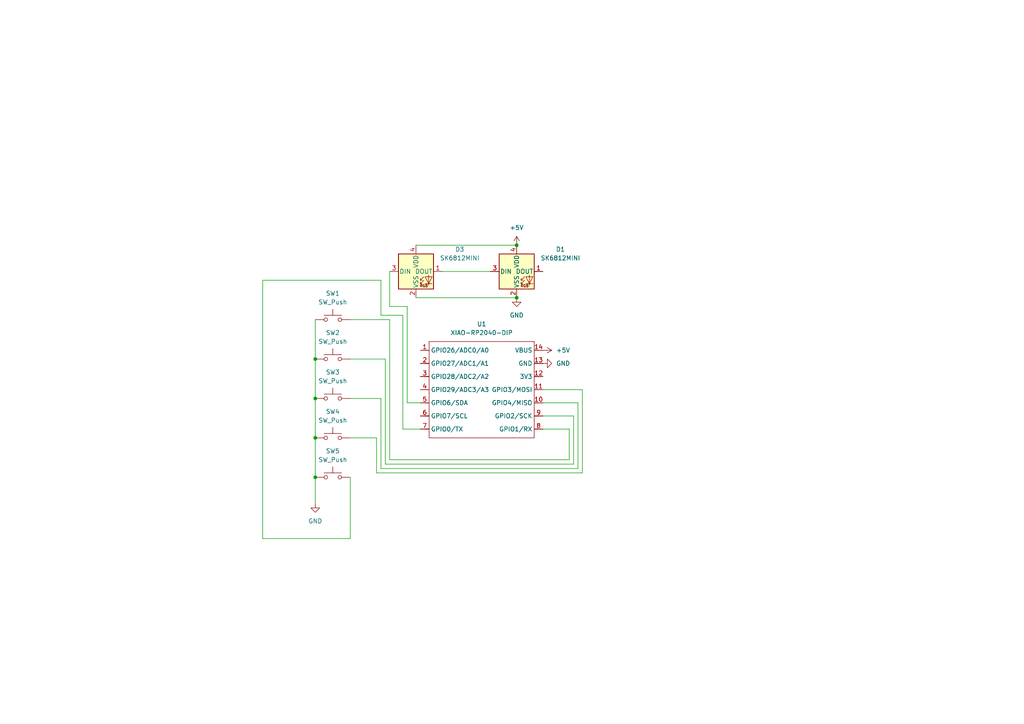
<source format=kicad_sch>
(kicad_sch (version 20250114) (generator "eeschema") (generator_version "9.0")
  (paper "A4")
  (lib_symbols
    (symbol "LED:SK6812MINI" (pin_names (offset 0.254))
      (property "Reference" "D" (at 5.08 5.715 0))
      (property "Value" "SK6812MINI" (at 1.27 -5.715 0))
      (symbol "SK6812MINI_0_0"
        (text "RGB" (at 2.286 -4.191 0) (effects (font (size 0.762 0.762))))
      )
      (symbol "SK6812MINI_0_1"
        (polyline (pts (xy 1.27 -2.54) (xy 1.778 -2.54)))
        (polyline (pts (xy 1.27 -3.556) (xy 1.778 -3.556)))
        (polyline (pts (xy 2.286 -1.524) (xy 1.27 -2.54) (xy 1.27 -2.032)))
        (polyline (pts (xy 2.286 -2.54) (xy 1.27 -3.556) (xy 1.27 -3.048)))
        (polyline (pts (xy 3.683 -1.016) (xy 3.683 -3.556) (xy 3.683 -4.064)))
        (polyline (pts (xy 4.699 -1.524) (xy 2.667 -1.524) (xy 3.683 -3.556) (xy 4.699 -1.524)))
        (polyline (pts (xy 4.699 -3.556) (xy 2.667 -3.556)))
        (rectangle (start 5.08 5.08) (end -5.08 -5.08) (stroke (width 0.254)) (fill (type background)))
      )
      (symbol "SK6812MINI_1_1"
        (pin input line (at -7.62 0 0) (length 2.54) (name "DIN") (number "3"))
        (pin power_in line (at 0 7.62 270) (length 2.54) (name "VDD") (number "4"))
        (pin power_in line (at 0 -7.62 90) (length 2.54) (name "VSS") (number "2"))
        (pin output line (at 7.62 0 180) (length 2.54) (name "DOUT") (number "1"))
      )
    )
    (symbol "OPL:XIAO-RP2040-DIP"
      (property "Reference" "U" (at 0 0 0))
      (property "Value" "XIAO-RP2040-DIP" (at 5.334 -1.778 0))
      (symbol "XIAO-RP2040-DIP_1_0"
        (polyline (pts (xy -1.27 -2.54) (xy 29.21 -2.54)) (stroke (width 0.1524)))
        (polyline (pts (xy -1.27 -5.08) (xy -2.54 -5.08)) (stroke (width 0.1524)))
        (polyline (pts (xy -1.27 -5.08) (xy -1.27 -2.54)) (stroke (width 0.1524)))
        (polyline (pts (xy -1.27 -8.89) (xy -2.54 -8.89)) (stroke (width 0.1524)))
        (polyline (pts (xy -1.27 -8.89) (xy -1.27 -5.08)) (stroke (width 0.1524)))
        (polyline (pts (xy -1.27 -12.7) (xy -2.54 -12.7)) (stroke (width 0.1524)))
        (polyline (pts (xy -1.27 -12.7) (xy -1.27 -8.89)) (stroke (width 0.1524)))
        (polyline (pts (xy -1.27 -16.51) (xy -2.54 -16.51)) (stroke (width 0.1524)))
        (polyline (pts (xy -1.27 -16.51) (xy -1.27 -12.7)) (stroke (width 0.1524)))
        (polyline (pts (xy -1.27 -20.32) (xy -2.54 -20.32)) (stroke (width 0.1524)))
        (polyline (pts (xy -1.27 -24.13) (xy -2.54 -24.13)) (stroke (width 0.1524)))
        (polyline (pts (xy -1.27 -27.94) (xy -2.54 -27.94)) (stroke (width 0.1524)))
        (polyline (pts (xy -1.27 -30.48) (xy -1.27 -16.51)) (stroke (width 0.1524)))
        (polyline (pts (xy 29.21 -2.54) (xy 29.21 -5.08)) (stroke (width 0.1524)))
        (polyline (pts (xy 29.21 -5.08) (xy 29.21 -8.89)) (stroke (width 0.1524)))
        (polyline (pts (xy 29.21 -8.89) (xy 29.21 -12.7)) (stroke (width 0.1524)))
        (polyline (pts (xy 29.21 -12.7) (xy 29.21 -30.48)) (stroke (width 0.1524)))
        (polyline (pts (xy 29.21 -30.48) (xy -1.27 -30.48)) (stroke (width 0.1524)))
        (polyline (pts (xy 30.48 -5.08) (xy 29.21 -5.08)) (stroke (width 0.1524)))
        (polyline (pts (xy 30.48 -8.89) (xy 29.21 -8.89)) (stroke (width 0.1524)))
        (polyline (pts (xy 30.48 -12.7) (xy 29.21 -12.7)) (stroke (width 0.1524)))
        (polyline (pts (xy 30.48 -16.51) (xy 29.21 -16.51)) (stroke (width 0.1524)))
        (polyline (pts (xy 30.48 -20.32) (xy 29.21 -20.32)) (stroke (width 0.1524)))
        (polyline (pts (xy 30.48 -24.13) (xy 29.21 -24.13)) (stroke (width 0.1524)))
        (polyline (pts (xy 30.48 -27.94) (xy 29.21 -27.94)) (stroke (width 0.1524)))
        (pin passive line (at -3.81 -5.08 0) (length 2.54) (name "GPIO26/ADC0/A0") (number "1"))
        (pin passive line (at -3.81 -8.89 0) (length 2.54) (name "GPIO27/ADC1/A1") (number "2"))
        (pin passive line (at -3.81 -12.7 0) (length 2.54) (name "GPIO28/ADC2/A2") (number "3"))
        (pin passive line (at -3.81 -16.51 0) (length 2.54) (name "GPIO29/ADC3/A3") (number "4"))
        (pin passive line (at -3.81 -20.32 0) (length 2.54) (name "GPIO6/SDA") (number "5"))
        (pin passive line (at -3.81 -24.13 0) (length 2.54) (name "GPIO7/SCL") (number "6"))
        (pin passive line (at -3.81 -27.94 0) (length 2.54) (name "GPIO0/TX") (number "7"))
        (pin passive line (at 31.75 -5.08 180) (length 2.54) (name "VBUS") (number "14"))
        (pin passive line (at 31.75 -8.89 180) (length 2.54) (name "GND") (number "13"))
        (pin passive line (at 31.75 -12.7 180) (length 2.54) (name "3V3") (number "12"))
        (pin passive line (at 31.75 -16.51 180) (length 2.54) (name "GPIO3/MOSI") (number "11"))
        (pin passive line (at 31.75 -20.32 180) (length 2.54) (name "GPIO4/MISO") (number "10"))
        (pin passive line (at 31.75 -24.13 180) (length 2.54) (name "GPIO2/SCK") (number "9"))
        (pin passive line (at 31.75 -27.94 180) (length 2.54) (name "GPIO1/RX") (number "8"))
      )
    )
    (symbol "Switch:SW_Push" (pin_numbers (hide yes)) (pin_names (offset 1.016) (hide yes))
      (property "Reference" "SW" (at 1.27 2.54 0))
      (property "Value" "SW_Push" (at 0 -1.524 0))
      (symbol "SW_Push_0_1"
        (circle (center -2.032 0) (radius 0.508))
        (polyline (pts (xy 0 1.27) (xy 0 3.048)))
        (circle (center 2.032 0) (radius 0.508))
        (polyline (pts (xy 2.54 1.27) (xy -2.54 1.27)))
        (pin passive line (at -5.08 0 0) (length 2.54) (name "1") (number "1"))
        (pin passive line (at 5.08 0 180) (length 2.54) (name "2") (number "2"))
      )
    )
    (symbol "power:+5V" (power) (pin_numbers (hide yes)) (pin_names (offset 0) (hide yes))
      (property "Value" "+5V" (at 0 3.556 0))
      (symbol "+5V_0_1"
        (polyline (pts (xy -0.762 1.27) (xy 0 2.54)))
        (polyline (pts (xy 0 2.54) (xy 0.762 1.27)))
        (polyline (pts (xy 0 0) (xy 0 2.54)))
      )
      (symbol "+5V_1_1"
        (pin power_in line (at 0 0 90) (length 0) (name "~") (number "1"))
      )
    )
    (symbol "power:GND" (power) (pin_numbers (hide yes)) (pin_names (offset 0) (hide yes))
      (property "Value" "GND" (at 0 -3.81 0))
      (symbol "GND_0_1"
        (polyline (pts (xy 0 0) (xy 0 -1.27) (xy 1.27 -1.27) (xy 0 -2.54) (xy -1.27 -1.27) (xy 0 -1.27)))
      )
      (symbol "GND_1_1"
        (pin power_in line (at 0 0 270) (length 0) (name "~") (number "1"))
      )
    )
  )
  (junction (at 91.44 127))
  (junction (at 149.86 86.36))
  (junction (at 91.44 104.14))
  (junction (at 91.44 138.43))
  (junction (at 91.44 115.57))
  (junction (at 149.86 71.12))
  (wire (pts (xy 118.11 88.9) (xy 118.11 116.84)))
  (wire (pts (xy 91.44 92.71) (xy 91.44 104.14)))
  (wire (pts (xy 76.2 156.21) (xy 76.2 81.28)))
  (wire (pts (xy 110.49 91.44) (xy 116.84 91.44)))
  (wire (pts (xy 116.84 124.46) (xy 121.92 124.46)))
  (wire (pts (xy 109.22 127) (xy 109.22 137.16)))
  (wire (pts (xy 110.49 135.89) (xy 110.49 115.57)))
  (wire (pts (xy 167.64 116.84) (xy 167.64 135.89)))
  (wire (pts (xy 111.76 134.62) (xy 166.37 134.62)))
  (wire (pts (xy 91.44 127) (xy 91.44 138.43)))
  (wire (pts (xy 118.11 116.84) (xy 121.92 116.84)))
  (wire (pts (xy 167.64 135.89) (xy 110.49 135.89)))
  (wire (pts (xy 91.44 138.43) (xy 91.44 146.05)))
  (wire (pts (xy 116.84 91.44) (xy 116.84 124.46)))
  (wire (pts (xy 111.76 104.14) (xy 111.76 134.62)))
  (wire (pts (xy 157.48 116.84) (xy 167.64 116.84)))
  (wire (pts (xy 165.1 133.35) (xy 165.1 124.46)))
  (wire (pts (xy 101.6 104.14) (xy 111.76 104.14)))
  (wire (pts (xy 113.03 78.74) (xy 113.03 88.9)))
  (wire (pts (xy 91.44 115.57) (xy 91.44 127)))
  (wire (pts (xy 113.03 88.9) (xy 118.11 88.9)))
  (wire (pts (xy 110.49 81.28) (xy 110.49 91.44)))
  (wire (pts (xy 128.27 78.74) (xy 142.24 78.74)))
  (wire (pts (xy 76.2 156.21) (xy 101.6 156.21)))
  (wire (pts (xy 120.65 86.36) (xy 149.86 86.36)))
  (wire (pts (xy 113.03 133.35) (xy 165.1 133.35)))
  (wire (pts (xy 101.6 92.71) (xy 113.03 92.71)))
  (wire (pts (xy 120.65 71.12) (xy 149.86 71.12)))
  (wire (pts (xy 101.6 138.43) (xy 101.6 156.21)))
  (wire (pts (xy 113.03 92.71) (xy 113.03 133.35)))
  (wire (pts (xy 109.22 137.16) (xy 168.91 137.16)))
  (wire (pts (xy 76.2 81.28) (xy 110.49 81.28)))
  (wire (pts (xy 101.6 127) (xy 109.22 127)))
  (wire (pts (xy 168.91 137.16) (xy 168.91 113.03)))
  (wire (pts (xy 91.44 104.14) (xy 91.44 115.57)))
  (wire (pts (xy 168.91 113.03) (xy 157.48 113.03)))
  (wire (pts (xy 165.1 124.46) (xy 157.48 124.46)))
  (wire (pts (xy 166.37 134.62) (xy 166.37 120.65)))
  (wire (pts (xy 110.49 115.57) (xy 101.6 115.57)))
  (wire (pts (xy 157.48 120.65) (xy 166.37 120.65)))
  (symbol (lib_id "power:+5V") (at 149.86 71.12 0) (unit 1)
    (property "Reference" "#PWR04" (effects (hide yes)))
    (property "Value" "+5V" (at 149.86 66.04 0))
    (property "Description" "Power symbol creates a global label with name \"+5V\"" (effects (hide yes)))
  )
  (symbol (lib_id "power:+5V") (at 157.48 101.6 270) (unit 1)
    (property "Reference" "#PWR05" (effects (hide yes)))
    (property "Value" "+5V" (at 161.29 101.5999 90) (effects (justify left)))
    (property "Description" "Power symbol creates a global label with name \"+5V\"" (effects (hide yes)))
  )
  (symbol (lib_id "Switch:SW_Push") (at 96.52 115.57 0) (unit 1)
    (property "Reference" "SW3" (at 96.52 107.95 0))
    (property "Value" "SW_Push" (at 96.52 110.49 0))
    (property "Footprint" "Button_Switch_Keyboard:SW_Cherry_MX_1.00u_PCB" (effects (hide yes)))
    (property "Description" "Push button switch, generic, two pins" (effects (hide yes)))
  )
  (symbol (lib_id "LED:SK6812MINI") (at 149.86 78.74 0) (unit 1)
    (property "Reference" "D1" (at 162.56 72.3198 0))
    (property "Value" "SK6812MINI" (at 162.56 74.8598 0))
    (property "Footprint" "LED_SMD:LED_SK6812MINI_PLCC4_3.5x3.5mm_P1.75mm" (effects (hide yes)))
    (property "Datasheet" "https://cdn-shop.adafruit.com/product-files/2686/SK6812MINI_REV.01-1-2.pdf" (effects (hide yes)))
    (property "Description" "RGB LED with integrated controller" (effects (hide yes)))
  )
  (symbol (lib_id "Switch:SW_Push") (at 96.52 127 0) (unit 1)
    (property "Reference" "SW4" (at 96.52 119.38 0))
    (property "Value" "SW_Push" (at 96.52 121.92 0))
    (property "Footprint" "Button_Switch_Keyboard:SW_Cherry_MX_1.00u_PCB" (effects (hide yes)))
    (property "Description" "Push button switch, generic, two pins" (effects (hide yes)))
  )
  (symbol (lib_id "LED:SK6812MINI") (at 120.65 78.74 0) (unit 1)
    (property "Reference" "D3" (at 133.35 72.3198 0))
    (property "Value" "SK6812MINI" (at 133.35 74.8598 0))
    (property "Footprint" "LED_SMD:LED_SK6812MINI_PLCC4_3.5x3.5mm_P1.75mm" (effects (hide yes)))
    (property "Datasheet" "https://cdn-shop.adafruit.com/product-files/2686/SK6812MINI_REV.01-1-2.pdf" (effects (hide yes)))
    (property "Description" "RGB LED with integrated controller" (effects (hide yes)))
  )
  (symbol (lib_id "Switch:SW_Push") (at 96.52 104.14 0) (unit 1)
    (property "Reference" "SW2" (at 96.52 96.52 0))
    (property "Value" "SW_Push" (at 96.52 99.06 0))
    (property "Footprint" "Button_Switch_Keyboard:SW_Cherry_MX_1.00u_PCB" (effects (hide yes)))
    (property "Description" "Push button switch, generic, two pins" (effects (hide yes)))
  )
  (symbol (lib_id "OPL:XIAO-RP2040-DIP") (at 125.73 96.52 0) (unit 1)
    (property "Reference" "U1" (at 139.7 93.98 0))
    (property "Value" "XIAO-RP2040-DIP" (at 139.7 96.52 0))
    (property "Footprint" "OPL:XIAO-RP2040-DIP" (effects (hide yes)))
  )
  (symbol (lib_id "Switch:SW_Push") (at 96.52 92.71 0) (unit 1)
    (property "Reference" "SW1" (at 96.52 85.09 0))
    (property "Value" "SW_Push" (at 96.52 87.63 0))
    (property "Footprint" "Button_Switch_Keyboard:SW_Cherry_MX_1.00u_PCB" (effects (hide yes)))
    (property "Description" "Push button switch, generic, two pins" (effects (hide yes)))
  )
  (symbol (lib_id "power:GND") (at 149.86 86.36 0) (unit 1)
    (property "Reference" "#PWR02" (effects (hide yes)))
    (property "Value" "GND" (at 149.86 91.44 0))
    (property "Description" "Power symbol creates a global label with name \"GND\" , ground" (effects (hide yes)))
  )
  (symbol (lib_id "Switch:SW_Push") (at 96.52 138.43 0) (unit 1)
    (property "Reference" "SW5" (at 96.52 130.81 0))
    (property "Value" "SW_Push" (at 96.52 133.35 0))
    (property "Footprint" "Button_Switch_Keyboard:SW_Cherry_MX_1.00u_PCB" (effects (hide yes)))
    (property "Description" "Push button switch, generic, two pins" (effects (hide yes)))
  )
  (symbol (lib_id "power:GND") (at 157.48 105.41 90) (unit 1)
    (property "Reference" "#PWR03" (effects (hide yes)))
    (property "Value" "GND" (at 161.29 105.4099 90) (effects (justify right)))
    (property "Description" "Power symbol creates a global label with name \"GND\" , ground" (effects (hide yes)))
  )
  (symbol (lib_id "power:GND") (at 91.44 146.05 0) (unit 1)
    (property "Reference" "#PWR01" (effects (hide yes)))
    (property "Value" "GND" (at 91.44 151.13 0))
    (property "Description" "Power symbol creates a global label with name \"GND\" , ground" (effects (hide yes)))
  )
)
</source>
